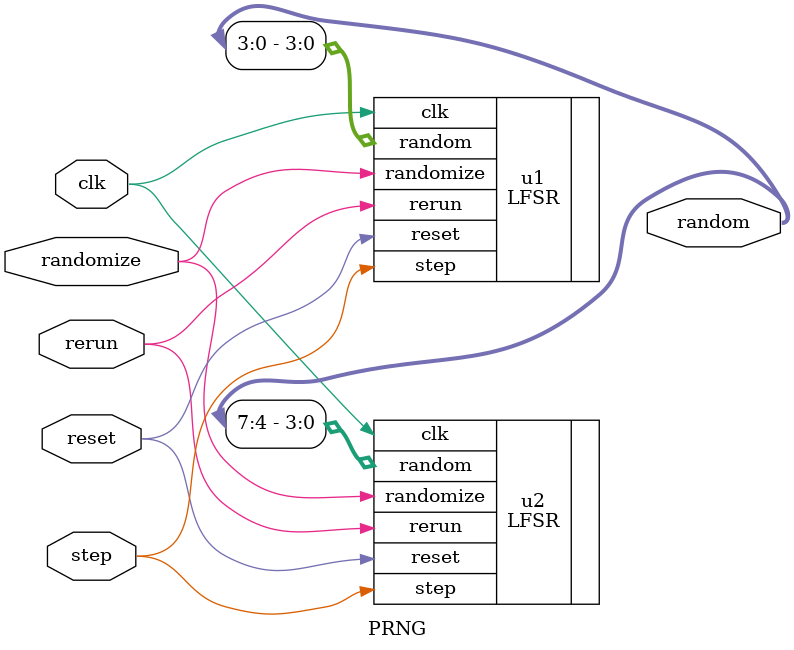
<source format=v>
module PRNG (output [7:0] random, input step, rerun, randomize, clk, reset);

  LFSR u1 (.random(random[3:0]), .step(step), .rerun(rerun), .randomize(randomize), .clk(clk), .reset(reset));
  LFSR #(.FILL(16'h0001)) u2 (.random(random[7:4]), .step(step), .rerun(rerun), .randomize(randomize), .clk(clk), .reset(reset));

endmodule

</source>
